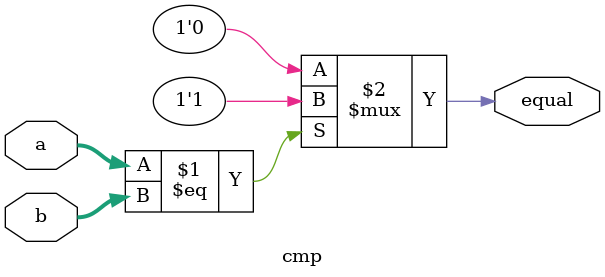
<source format=sv>
module cmp #(parameter N=4)(input logic [N-1:0] a,b,
                            output logic equal);
assign equal = (a==b)? 1'b1: 1'b0;
endmodule

</source>
